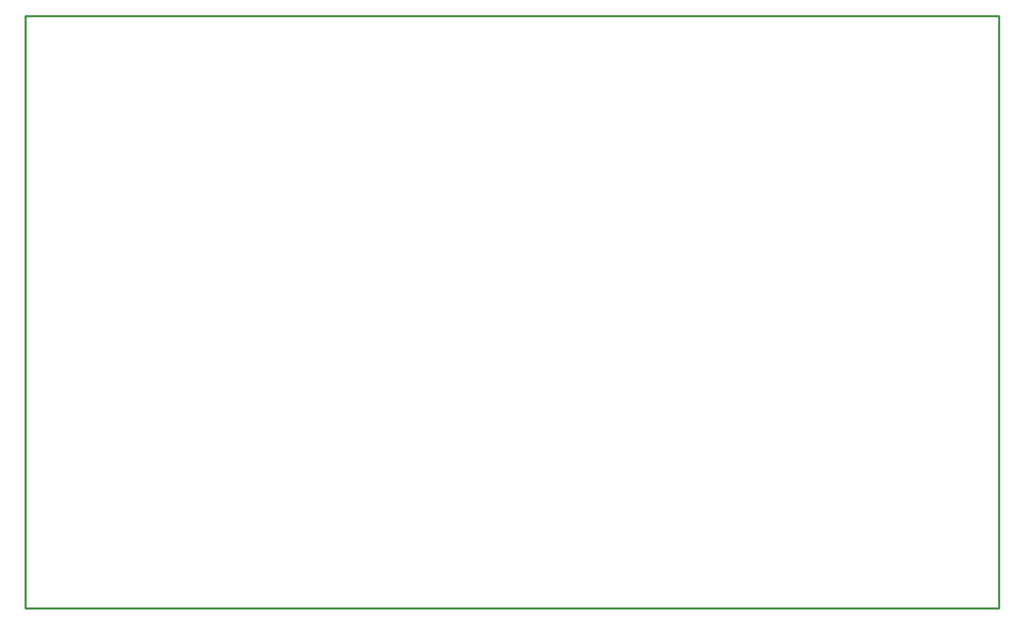
<source format=gko>
G04 Layer: BoardOutlineLayer*
G04 EasyEDA v6.5.39, 2024-01-14 17:56:52*
G04 c363591a1d08496683314aa892e3d9f8,ced954a3207a4d028f07e6fa70cdf7d5,10*
G04 Gerber Generator version 0.2*
G04 Scale: 100 percent, Rotated: No, Reflected: No *
G04 Dimensions in inches *
G04 leading zeros omitted , absolute positions ,3 integer and 6 decimal *
%FSLAX36Y36*%
%MOIN*%

%ADD10C,0.0100*%
D10*
X500000Y-300000D02*
G01*
X500000Y-280000D01*
X5000000Y-280000D01*
X5000000Y-3020000D01*
X2760000Y-3020000D01*
X500000Y-3020000D01*
X500000Y-300000D01*

%LPD*%
M02*

</source>
